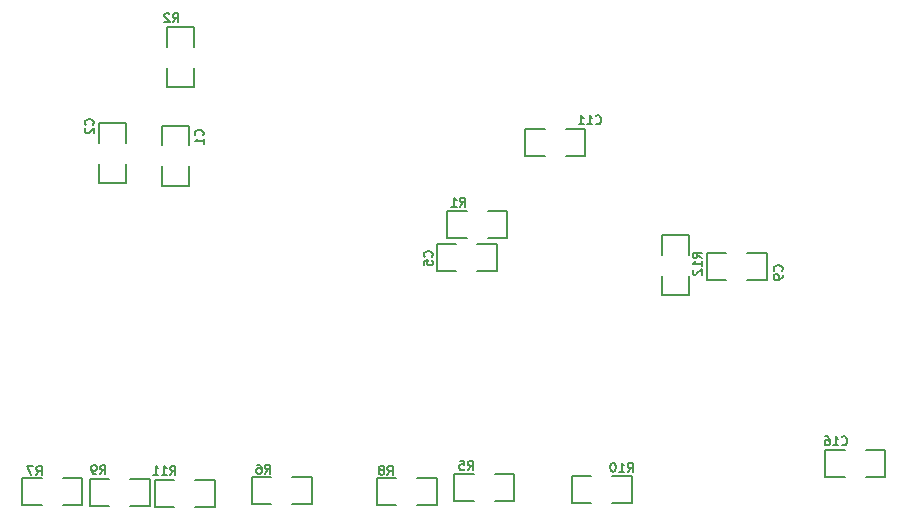
<source format=gbo>
G04 (created by PCBNEW (2013-may-18)-stable) date  7.03.2015 (сб) 20,10,59 EET*
%MOIN*%
G04 Gerber Fmt 3.4, Leading zero omitted, Abs format*
%FSLAX34Y34*%
G01*
G70*
G90*
G04 APERTURE LIST*
%ADD10C,0.00590551*%
%ADD11C,0.005*%
G04 APERTURE END LIST*
G54D10*
G54D11*
X89690Y-47810D02*
X89690Y-46910D01*
X89690Y-46910D02*
X90340Y-46910D01*
X91040Y-47810D02*
X91690Y-47810D01*
X91690Y-47810D02*
X91690Y-46910D01*
X91690Y-46910D02*
X91040Y-46910D01*
X90340Y-47810D02*
X89690Y-47810D01*
X108100Y-40250D02*
X108100Y-39350D01*
X108100Y-39350D02*
X108750Y-39350D01*
X109450Y-40250D02*
X110100Y-40250D01*
X110100Y-40250D02*
X110100Y-39350D01*
X110100Y-39350D02*
X109450Y-39350D01*
X108750Y-40250D02*
X108100Y-40250D01*
X106600Y-38750D02*
X107500Y-38750D01*
X107500Y-38750D02*
X107500Y-39400D01*
X106600Y-40100D02*
X106600Y-40750D01*
X106600Y-40750D02*
X107500Y-40750D01*
X107500Y-40750D02*
X107500Y-40100D01*
X106600Y-39400D02*
X106600Y-38750D01*
X89925Y-35100D02*
X90825Y-35100D01*
X90825Y-35100D02*
X90825Y-35750D01*
X89925Y-36450D02*
X89925Y-37100D01*
X89925Y-37100D02*
X90825Y-37100D01*
X90825Y-37100D02*
X90825Y-36450D01*
X89925Y-35750D02*
X89925Y-35100D01*
X87850Y-35025D02*
X88750Y-35025D01*
X88750Y-35025D02*
X88750Y-35675D01*
X87850Y-36375D02*
X87850Y-37025D01*
X87850Y-37025D02*
X88750Y-37025D01*
X88750Y-37025D02*
X88750Y-36375D01*
X87850Y-35675D02*
X87850Y-35025D01*
X101440Y-37940D02*
X101440Y-38840D01*
X101440Y-38840D02*
X100790Y-38840D01*
X100090Y-37940D02*
X99440Y-37940D01*
X99440Y-37940D02*
X99440Y-38840D01*
X99440Y-38840D02*
X100090Y-38840D01*
X100790Y-37940D02*
X101440Y-37940D01*
X99100Y-39950D02*
X99100Y-39050D01*
X99100Y-39050D02*
X99750Y-39050D01*
X100450Y-39950D02*
X101100Y-39950D01*
X101100Y-39950D02*
X101100Y-39050D01*
X101100Y-39050D02*
X100450Y-39050D01*
X99750Y-39950D02*
X99100Y-39950D01*
X89520Y-46870D02*
X89520Y-47770D01*
X89520Y-47770D02*
X88870Y-47770D01*
X88170Y-46870D02*
X87520Y-46870D01*
X87520Y-46870D02*
X87520Y-47770D01*
X87520Y-47770D02*
X88170Y-47770D01*
X88870Y-46870D02*
X89520Y-46870D01*
X102050Y-36100D02*
X102050Y-35200D01*
X102050Y-35200D02*
X102700Y-35200D01*
X103400Y-36100D02*
X104050Y-36100D01*
X104050Y-36100D02*
X104050Y-35200D01*
X104050Y-35200D02*
X103400Y-35200D01*
X102700Y-36100D02*
X102050Y-36100D01*
X99100Y-46860D02*
X99100Y-47760D01*
X99100Y-47760D02*
X98450Y-47760D01*
X97750Y-46860D02*
X97100Y-46860D01*
X97100Y-46860D02*
X97100Y-47760D01*
X97100Y-47760D02*
X97750Y-47760D01*
X98450Y-46860D02*
X99100Y-46860D01*
X87280Y-46850D02*
X87280Y-47750D01*
X87280Y-47750D02*
X86630Y-47750D01*
X85930Y-46850D02*
X85280Y-46850D01*
X85280Y-46850D02*
X85280Y-47750D01*
X85280Y-47750D02*
X85930Y-47750D01*
X86630Y-46850D02*
X87280Y-46850D01*
X101680Y-46710D02*
X101680Y-47610D01*
X101680Y-47610D02*
X101030Y-47610D01*
X100330Y-46710D02*
X99680Y-46710D01*
X99680Y-46710D02*
X99680Y-47610D01*
X99680Y-47610D02*
X100330Y-47610D01*
X101030Y-46710D02*
X101680Y-46710D01*
X94920Y-46830D02*
X94920Y-47730D01*
X94920Y-47730D02*
X94270Y-47730D01*
X93570Y-46830D02*
X92920Y-46830D01*
X92920Y-46830D02*
X92920Y-47730D01*
X92920Y-47730D02*
X93570Y-47730D01*
X94270Y-46830D02*
X94920Y-46830D01*
X103600Y-47690D02*
X103600Y-46790D01*
X103600Y-46790D02*
X104250Y-46790D01*
X104950Y-47690D02*
X105600Y-47690D01*
X105600Y-47690D02*
X105600Y-46790D01*
X105600Y-46790D02*
X104950Y-46790D01*
X104250Y-47690D02*
X103600Y-47690D01*
X114050Y-45900D02*
X114050Y-46800D01*
X114050Y-46800D02*
X113400Y-46800D01*
X112700Y-45900D02*
X112050Y-45900D01*
X112050Y-45900D02*
X112050Y-46800D01*
X112050Y-46800D02*
X112700Y-46800D01*
X113400Y-45900D02*
X114050Y-45900D01*
X90110Y-31820D02*
X91010Y-31820D01*
X91010Y-31820D02*
X91010Y-32470D01*
X90110Y-33170D02*
X90110Y-33820D01*
X90110Y-33820D02*
X91010Y-33820D01*
X91010Y-33820D02*
X91010Y-33170D01*
X90110Y-32470D02*
X90110Y-31820D01*
X90212Y-46741D02*
X90312Y-46598D01*
X90384Y-46741D02*
X90384Y-46441D01*
X90270Y-46441D01*
X90241Y-46455D01*
X90227Y-46470D01*
X90212Y-46498D01*
X90212Y-46541D01*
X90227Y-46570D01*
X90241Y-46584D01*
X90270Y-46598D01*
X90384Y-46598D01*
X89927Y-46741D02*
X90098Y-46741D01*
X90012Y-46741D02*
X90012Y-46441D01*
X90041Y-46484D01*
X90070Y-46512D01*
X90098Y-46527D01*
X89641Y-46741D02*
X89812Y-46741D01*
X89727Y-46741D02*
X89727Y-46441D01*
X89755Y-46484D01*
X89784Y-46512D01*
X89812Y-46527D01*
X110592Y-39950D02*
X110607Y-39935D01*
X110621Y-39892D01*
X110621Y-39864D01*
X110607Y-39821D01*
X110578Y-39792D01*
X110550Y-39778D01*
X110492Y-39764D01*
X110450Y-39764D01*
X110392Y-39778D01*
X110364Y-39792D01*
X110335Y-39821D01*
X110321Y-39864D01*
X110321Y-39892D01*
X110335Y-39935D01*
X110350Y-39950D01*
X110621Y-40092D02*
X110621Y-40150D01*
X110607Y-40178D01*
X110592Y-40192D01*
X110550Y-40221D01*
X110492Y-40235D01*
X110378Y-40235D01*
X110350Y-40221D01*
X110335Y-40207D01*
X110321Y-40178D01*
X110321Y-40121D01*
X110335Y-40092D01*
X110350Y-40078D01*
X110378Y-40064D01*
X110450Y-40064D01*
X110478Y-40078D01*
X110492Y-40092D01*
X110507Y-40121D01*
X110507Y-40178D01*
X110492Y-40207D01*
X110478Y-40221D01*
X110450Y-40235D01*
X107921Y-39507D02*
X107778Y-39407D01*
X107921Y-39335D02*
X107621Y-39335D01*
X107621Y-39450D01*
X107635Y-39478D01*
X107650Y-39492D01*
X107678Y-39507D01*
X107721Y-39507D01*
X107750Y-39492D01*
X107764Y-39478D01*
X107778Y-39450D01*
X107778Y-39335D01*
X107921Y-39792D02*
X107921Y-39621D01*
X107921Y-39707D02*
X107621Y-39707D01*
X107664Y-39678D01*
X107692Y-39650D01*
X107707Y-39621D01*
X107650Y-39907D02*
X107635Y-39921D01*
X107621Y-39950D01*
X107621Y-40021D01*
X107635Y-40050D01*
X107650Y-40064D01*
X107678Y-40078D01*
X107707Y-40078D01*
X107750Y-40064D01*
X107921Y-39892D01*
X107921Y-40078D01*
X91292Y-35430D02*
X91307Y-35415D01*
X91321Y-35372D01*
X91321Y-35344D01*
X91307Y-35301D01*
X91278Y-35272D01*
X91250Y-35258D01*
X91192Y-35244D01*
X91150Y-35244D01*
X91092Y-35258D01*
X91064Y-35272D01*
X91035Y-35301D01*
X91021Y-35344D01*
X91021Y-35372D01*
X91035Y-35415D01*
X91050Y-35430D01*
X91321Y-35715D02*
X91321Y-35544D01*
X91321Y-35630D02*
X91021Y-35630D01*
X91064Y-35601D01*
X91092Y-35572D01*
X91107Y-35544D01*
X87632Y-35070D02*
X87647Y-35055D01*
X87661Y-35012D01*
X87661Y-34984D01*
X87647Y-34941D01*
X87618Y-34912D01*
X87590Y-34898D01*
X87532Y-34884D01*
X87490Y-34884D01*
X87432Y-34898D01*
X87404Y-34912D01*
X87375Y-34941D01*
X87361Y-34984D01*
X87361Y-35012D01*
X87375Y-35055D01*
X87390Y-35070D01*
X87390Y-35184D02*
X87375Y-35198D01*
X87361Y-35227D01*
X87361Y-35298D01*
X87375Y-35327D01*
X87390Y-35341D01*
X87418Y-35355D01*
X87447Y-35355D01*
X87490Y-35341D01*
X87661Y-35170D01*
X87661Y-35355D01*
X99870Y-37801D02*
X99970Y-37658D01*
X100041Y-37801D02*
X100041Y-37501D01*
X99927Y-37501D01*
X99898Y-37515D01*
X99884Y-37530D01*
X99870Y-37558D01*
X99870Y-37601D01*
X99884Y-37630D01*
X99898Y-37644D01*
X99927Y-37658D01*
X100041Y-37658D01*
X99584Y-37801D02*
X99755Y-37801D01*
X99670Y-37801D02*
X99670Y-37501D01*
X99698Y-37544D01*
X99727Y-37572D01*
X99755Y-37587D01*
X98932Y-39470D02*
X98947Y-39455D01*
X98961Y-39412D01*
X98961Y-39384D01*
X98947Y-39341D01*
X98918Y-39312D01*
X98890Y-39298D01*
X98832Y-39284D01*
X98790Y-39284D01*
X98732Y-39298D01*
X98704Y-39312D01*
X98675Y-39341D01*
X98661Y-39384D01*
X98661Y-39412D01*
X98675Y-39455D01*
X98690Y-39470D01*
X98661Y-39741D02*
X98661Y-39598D01*
X98804Y-39584D01*
X98790Y-39598D01*
X98775Y-39627D01*
X98775Y-39698D01*
X98790Y-39727D01*
X98804Y-39741D01*
X98832Y-39755D01*
X98904Y-39755D01*
X98932Y-39741D01*
X98947Y-39727D01*
X98961Y-39698D01*
X98961Y-39627D01*
X98947Y-39598D01*
X98932Y-39584D01*
X87870Y-46721D02*
X87970Y-46578D01*
X88041Y-46721D02*
X88041Y-46421D01*
X87927Y-46421D01*
X87898Y-46435D01*
X87884Y-46450D01*
X87870Y-46478D01*
X87870Y-46521D01*
X87884Y-46550D01*
X87898Y-46564D01*
X87927Y-46578D01*
X88041Y-46578D01*
X87727Y-46721D02*
X87670Y-46721D01*
X87641Y-46707D01*
X87627Y-46692D01*
X87598Y-46650D01*
X87584Y-46592D01*
X87584Y-46478D01*
X87598Y-46450D01*
X87612Y-46435D01*
X87641Y-46421D01*
X87698Y-46421D01*
X87727Y-46435D01*
X87741Y-46450D01*
X87755Y-46478D01*
X87755Y-46550D01*
X87741Y-46578D01*
X87727Y-46592D01*
X87698Y-46607D01*
X87641Y-46607D01*
X87612Y-46592D01*
X87598Y-46578D01*
X87584Y-46550D01*
X104392Y-35032D02*
X104407Y-35047D01*
X104450Y-35061D01*
X104478Y-35061D01*
X104521Y-35047D01*
X104550Y-35018D01*
X104564Y-34990D01*
X104578Y-34932D01*
X104578Y-34890D01*
X104564Y-34832D01*
X104550Y-34804D01*
X104521Y-34775D01*
X104478Y-34761D01*
X104450Y-34761D01*
X104407Y-34775D01*
X104392Y-34790D01*
X104107Y-35061D02*
X104278Y-35061D01*
X104192Y-35061D02*
X104192Y-34761D01*
X104221Y-34804D01*
X104250Y-34832D01*
X104278Y-34847D01*
X103821Y-35061D02*
X103992Y-35061D01*
X103907Y-35061D02*
X103907Y-34761D01*
X103935Y-34804D01*
X103964Y-34832D01*
X103992Y-34847D01*
X97450Y-46741D02*
X97550Y-46598D01*
X97621Y-46741D02*
X97621Y-46441D01*
X97507Y-46441D01*
X97478Y-46455D01*
X97464Y-46470D01*
X97450Y-46498D01*
X97450Y-46541D01*
X97464Y-46570D01*
X97478Y-46584D01*
X97507Y-46598D01*
X97621Y-46598D01*
X97278Y-46570D02*
X97307Y-46555D01*
X97321Y-46541D01*
X97335Y-46512D01*
X97335Y-46498D01*
X97321Y-46470D01*
X97307Y-46455D01*
X97278Y-46441D01*
X97221Y-46441D01*
X97192Y-46455D01*
X97178Y-46470D01*
X97164Y-46498D01*
X97164Y-46512D01*
X97178Y-46541D01*
X97192Y-46555D01*
X97221Y-46570D01*
X97278Y-46570D01*
X97307Y-46584D01*
X97321Y-46598D01*
X97335Y-46627D01*
X97335Y-46684D01*
X97321Y-46712D01*
X97307Y-46727D01*
X97278Y-46741D01*
X97221Y-46741D01*
X97192Y-46727D01*
X97178Y-46712D01*
X97164Y-46684D01*
X97164Y-46627D01*
X97178Y-46598D01*
X97192Y-46584D01*
X97221Y-46570D01*
X85750Y-46761D02*
X85850Y-46618D01*
X85921Y-46761D02*
X85921Y-46461D01*
X85807Y-46461D01*
X85778Y-46475D01*
X85764Y-46490D01*
X85750Y-46518D01*
X85750Y-46561D01*
X85764Y-46590D01*
X85778Y-46604D01*
X85807Y-46618D01*
X85921Y-46618D01*
X85650Y-46461D02*
X85450Y-46461D01*
X85578Y-46761D01*
X100130Y-46581D02*
X100230Y-46438D01*
X100301Y-46581D02*
X100301Y-46281D01*
X100187Y-46281D01*
X100158Y-46295D01*
X100144Y-46310D01*
X100130Y-46338D01*
X100130Y-46381D01*
X100144Y-46410D01*
X100158Y-46424D01*
X100187Y-46438D01*
X100301Y-46438D01*
X99858Y-46281D02*
X100001Y-46281D01*
X100015Y-46424D01*
X100001Y-46410D01*
X99972Y-46395D01*
X99901Y-46395D01*
X99872Y-46410D01*
X99858Y-46424D01*
X99844Y-46452D01*
X99844Y-46524D01*
X99858Y-46552D01*
X99872Y-46567D01*
X99901Y-46581D01*
X99972Y-46581D01*
X100001Y-46567D01*
X100015Y-46552D01*
X93370Y-46701D02*
X93470Y-46558D01*
X93541Y-46701D02*
X93541Y-46401D01*
X93427Y-46401D01*
X93398Y-46415D01*
X93384Y-46430D01*
X93370Y-46458D01*
X93370Y-46501D01*
X93384Y-46530D01*
X93398Y-46544D01*
X93427Y-46558D01*
X93541Y-46558D01*
X93112Y-46401D02*
X93170Y-46401D01*
X93198Y-46415D01*
X93212Y-46430D01*
X93241Y-46472D01*
X93255Y-46530D01*
X93255Y-46644D01*
X93241Y-46672D01*
X93227Y-46687D01*
X93198Y-46701D01*
X93141Y-46701D01*
X93112Y-46687D01*
X93098Y-46672D01*
X93084Y-46644D01*
X93084Y-46572D01*
X93098Y-46544D01*
X93112Y-46530D01*
X93141Y-46515D01*
X93198Y-46515D01*
X93227Y-46530D01*
X93241Y-46544D01*
X93255Y-46572D01*
X105452Y-46641D02*
X105552Y-46498D01*
X105624Y-46641D02*
X105624Y-46341D01*
X105510Y-46341D01*
X105481Y-46355D01*
X105467Y-46370D01*
X105452Y-46398D01*
X105452Y-46441D01*
X105467Y-46470D01*
X105481Y-46484D01*
X105510Y-46498D01*
X105624Y-46498D01*
X105167Y-46641D02*
X105338Y-46641D01*
X105252Y-46641D02*
X105252Y-46341D01*
X105281Y-46384D01*
X105310Y-46412D01*
X105338Y-46427D01*
X104981Y-46341D02*
X104952Y-46341D01*
X104924Y-46355D01*
X104910Y-46370D01*
X104895Y-46398D01*
X104881Y-46455D01*
X104881Y-46527D01*
X104895Y-46584D01*
X104910Y-46612D01*
X104924Y-46627D01*
X104952Y-46641D01*
X104981Y-46641D01*
X105010Y-46627D01*
X105024Y-46612D01*
X105038Y-46584D01*
X105052Y-46527D01*
X105052Y-46455D01*
X105038Y-46398D01*
X105024Y-46370D01*
X105010Y-46355D01*
X104981Y-46341D01*
X112592Y-45732D02*
X112607Y-45747D01*
X112650Y-45761D01*
X112678Y-45761D01*
X112721Y-45747D01*
X112750Y-45718D01*
X112764Y-45690D01*
X112778Y-45632D01*
X112778Y-45590D01*
X112764Y-45532D01*
X112750Y-45504D01*
X112721Y-45475D01*
X112678Y-45461D01*
X112650Y-45461D01*
X112607Y-45475D01*
X112592Y-45490D01*
X112307Y-45761D02*
X112478Y-45761D01*
X112392Y-45761D02*
X112392Y-45461D01*
X112421Y-45504D01*
X112450Y-45532D01*
X112478Y-45547D01*
X112050Y-45461D02*
X112107Y-45461D01*
X112135Y-45475D01*
X112150Y-45490D01*
X112178Y-45532D01*
X112192Y-45590D01*
X112192Y-45704D01*
X112178Y-45732D01*
X112164Y-45747D01*
X112135Y-45761D01*
X112078Y-45761D01*
X112050Y-45747D01*
X112035Y-45732D01*
X112021Y-45704D01*
X112021Y-45632D01*
X112035Y-45604D01*
X112050Y-45590D01*
X112078Y-45575D01*
X112135Y-45575D01*
X112164Y-45590D01*
X112178Y-45604D01*
X112192Y-45632D01*
X90290Y-31661D02*
X90390Y-31518D01*
X90461Y-31661D02*
X90461Y-31361D01*
X90347Y-31361D01*
X90318Y-31375D01*
X90304Y-31390D01*
X90290Y-31418D01*
X90290Y-31461D01*
X90304Y-31490D01*
X90318Y-31504D01*
X90347Y-31518D01*
X90461Y-31518D01*
X90175Y-31390D02*
X90161Y-31375D01*
X90132Y-31361D01*
X90061Y-31361D01*
X90032Y-31375D01*
X90018Y-31390D01*
X90004Y-31418D01*
X90004Y-31447D01*
X90018Y-31490D01*
X90190Y-31661D01*
X90004Y-31661D01*
M02*

</source>
